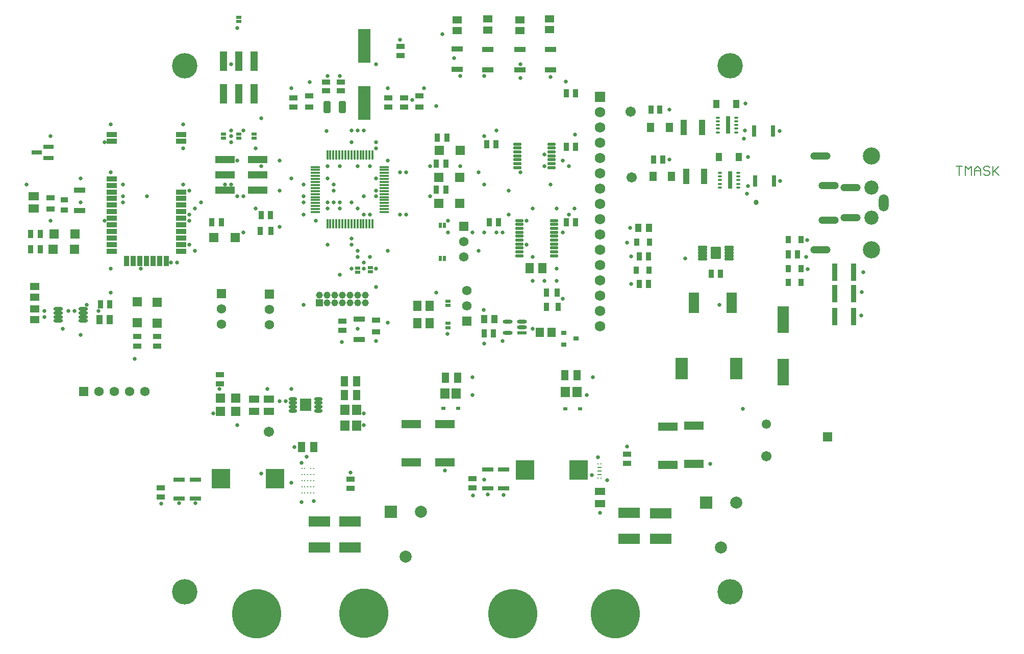
<source format=gbr>
%TF.GenerationSoftware,Altium Limited,Altium Designer,21.0.9 (235)*%
G04 Layer_Color=8388736*
%FSLAX26Y26*%
%MOIN*%
%TF.SameCoordinates,617CA12B-F850-4EA5-9EC3-0E5FEE419536*%
%TF.FilePolarity,Negative*%
%TF.FileFunction,Soldermask,Top*%
%TF.Part,Single*%
G01*
G75*
%TA.AperFunction,SMDPad,CuDef*%
%ADD17R,0.053150X0.037402*%
%ADD18R,0.037402X0.053150*%
%ADD19R,0.059055X0.059055*%
%ADD23R,0.039370X0.098425*%
%ADD24R,0.035433X0.047244*%
G04:AMPARAMS|DCode=25|XSize=25.591mil|YSize=11.811mil|CornerRadius=1.949mil|HoleSize=0mil|Usage=FLASHONLY|Rotation=180.000|XOffset=0mil|YOffset=0mil|HoleType=Round|Shape=RoundedRectangle|*
%AMROUNDEDRECTD25*
21,1,0.025591,0.007913,0,0,180.0*
21,1,0.021693,0.011811,0,0,180.0*
1,1,0.003898,-0.010847,0.003957*
1,1,0.003898,0.010847,0.003957*
1,1,0.003898,0.010847,-0.003957*
1,1,0.003898,-0.010847,-0.003957*
%
%ADD25ROUNDEDRECTD25*%
G04:AMPARAMS|DCode=26|XSize=27.559mil|YSize=114.173mil|CornerRadius=1.929mil|HoleSize=0mil|Usage=FLASHONLY|Rotation=180.000|XOffset=0mil|YOffset=0mil|HoleType=Round|Shape=RoundedRectangle|*
%AMROUNDEDRECTD26*
21,1,0.027559,0.110315,0,0,180.0*
21,1,0.023701,0.114173,0,0,180.0*
1,1,0.003858,-0.011851,0.055157*
1,1,0.003858,0.011851,0.055157*
1,1,0.003858,0.011851,-0.055157*
1,1,0.003858,-0.011851,-0.055157*
%
%ADD26ROUNDEDRECTD26*%
%ADD34R,0.037402X0.057087*%
%ADD35R,0.037402X0.055118*%
%ADD36R,0.035433X0.031496*%
%ADD37R,0.064499X0.024329*%
G04:AMPARAMS|DCode=38|XSize=64.499mil|YSize=24.329mil|CornerRadius=12.165mil|HoleSize=0mil|Usage=FLASHONLY|Rotation=180.000|XOffset=0mil|YOffset=0mil|HoleType=Round|Shape=RoundedRectangle|*
%AMROUNDEDRECTD38*
21,1,0.064499,0.000000,0,0,180.0*
21,1,0.040170,0.024329,0,0,180.0*
1,1,0.024329,-0.020085,0.000000*
1,1,0.024329,0.020085,0.000000*
1,1,0.024329,0.020085,0.000000*
1,1,0.024329,-0.020085,0.000000*
%
%ADD38ROUNDEDRECTD38*%
%ADD44R,0.074803X0.173228*%
%ADD46R,0.059055X0.059055*%
%ADD50R,0.043307X0.053150*%
%ADD51R,0.041659X0.053627*%
%ADD54R,0.051505X0.031752*%
%ADD55R,0.055118X0.037402*%
%ADD59R,0.057087X0.037402*%
%ADD60R,0.122992X0.127992*%
%ADD66R,0.062992X0.059055*%
%ADD69R,0.031496X0.023622*%
%TA.AperFunction,BGAPad,CuDef*%
%ADD71C,0.012992*%
%TA.AperFunction,NonConductor*%
%ADD84C,0.006000*%
%TA.AperFunction,ComponentPad*%
%ADD85C,0.061024*%
%ADD86C,0.061654*%
%ADD87R,0.061654X0.061654*%
%ADD89R,0.061024X0.061024*%
%ADD92R,0.061811X0.061811*%
%ADD93C,0.061811*%
%ADD101C,0.078740*%
%ADD102R,0.078740X0.078740*%
%TA.AperFunction,ViaPad*%
%ADD105C,0.019685*%
%TA.AperFunction,ComponentPad*%
%ADD130C,0.067024*%
%TA.AperFunction,ViaPad*%
%ADD131C,0.166000*%
%TA.AperFunction,ComponentPad*%
%ADD132C,0.068992*%
%ADD133R,0.068992X0.068992*%
%ADD134C,0.092614*%
%ADD135C,0.112299*%
%ADD136O,0.065055X0.112299*%
%ADD137O,0.131984X0.049307*%
%ADD138C,0.320961*%
%ADD139C,0.045370*%
%ADD140R,0.045370X0.045370*%
%TA.AperFunction,ViaPad*%
%ADD141C,0.026000*%
%ADD142C,0.034000*%
%ADD143C,0.025685*%
%ADD144C,0.021748*%
%TA.AperFunction,OtherPad,Free Pad (4925mil,2275mil)*%
%ADD156O,0.026772X0.009055*%
%TA.AperFunction,OtherPad,Free Pad (4925mil,2298.622mil)*%
%ADD157O,0.026772X0.009055*%
%TA.AperFunction,OtherPad,Free Pad (4933.858mil,2345.866mil)*%
%ADD158C,0.009055*%
%TA.AperFunction,OtherPad,Free Pad (4916.142mil,2345.866mil)*%
%ADD159C,0.009055*%
%TA.AperFunction,OtherPad,Free Pad (4916.142mil,2251.378mil)*%
%ADD160C,0.009055*%
%TA.AperFunction,OtherPad,Free Pad (4925mil,2322.244mil)*%
%ADD161O,0.026772X0.009055*%
%TA.AperFunction,OtherPad,Free Pad (4933.858mil,2251.378mil)*%
%ADD162C,0.009055*%
%TA.AperFunction,SMDPad,CuDef*%
%ADD163R,0.039465X0.059150*%
%ADD164O,0.015811X0.061087*%
%ADD165O,0.061087X0.015811*%
%ADD166R,0.065055X0.033559*%
%ADD167R,0.033559X0.065055*%
%ADD168R,0.037496X0.055213*%
G04:AMPARAMS|DCode=169|XSize=67.811mil|YSize=80.016mil|CornerRadius=4.854mil|HoleSize=0mil|Usage=FLASHONLY|Rotation=180.000|XOffset=0mil|YOffset=0mil|HoleType=Round|Shape=RoundedRectangle|*
%AMROUNDEDRECTD169*
21,1,0.067811,0.070307,0,0,180.0*
21,1,0.058102,0.080016,0,0,180.0*
1,1,0.009709,-0.029051,0.035154*
1,1,0.009709,0.029051,0.035154*
1,1,0.009709,0.029051,-0.035154*
1,1,0.009709,-0.029051,-0.035154*
%
%ADD169ROUNDEDRECTD169*%
G04:AMPARAMS|DCode=170|XSize=17.811mil|YSize=59.15mil|CornerRadius=4.949mil|HoleSize=0mil|Usage=FLASHONLY|Rotation=270.000|XOffset=0mil|YOffset=0mil|HoleType=Round|Shape=RoundedRectangle|*
%AMROUNDEDRECTD170*
21,1,0.017811,0.049252,0,0,270.0*
21,1,0.007913,0.059150,0,0,270.0*
1,1,0.009898,-0.024626,-0.003957*
1,1,0.009898,-0.024626,0.003957*
1,1,0.009898,0.024626,0.003957*
1,1,0.009898,0.024626,-0.003957*
%
%ADD170ROUNDEDRECTD170*%
%ADD171R,0.049307X0.061118*%
%ADD172R,0.021748X0.033559*%
%ADD173R,0.033559X0.021748*%
%ADD174R,0.055213X0.067024*%
%ADD175R,0.128047X0.045370*%
%ADD176R,0.045370X0.128047*%
G04:AMPARAMS|DCode=177|XSize=21.748mil|YSize=53.244mil|CornerRadius=4.968mil|HoleSize=0mil|Usage=FLASHONLY|Rotation=90.000|XOffset=0mil|YOffset=0mil|HoleType=Round|Shape=RoundedRectangle|*
%AMROUNDEDRECTD177*
21,1,0.021748,0.043307,0,0,90.0*
21,1,0.011811,0.053244,0,0,90.0*
1,1,0.009937,0.021654,0.005906*
1,1,0.009937,0.021654,-0.005906*
1,1,0.009937,-0.021654,-0.005906*
1,1,0.009937,-0.021654,0.005906*
%
%ADD177ROUNDEDRECTD177*%
%ADD178O,0.061118X0.023716*%
%ADD179R,0.059150X0.045370*%
%ADD180R,0.039465X0.057181*%
%ADD181R,0.053244X0.063087*%
%ADD182R,0.084740X0.143795*%
%ADD183R,0.072929X0.037496*%
%ADD184R,0.065843X0.131984*%
%ADD185R,0.035528X0.112299*%
%ADD186R,0.027654X0.072929*%
%ADD187R,0.067024X0.055213*%
%ADD188R,0.065055X0.029622*%
%ADD189R,0.055213X0.037496*%
G04:AMPARAMS|DCode=190|XSize=45.37mil|YSize=76.866mil|CornerRadius=6.937mil|HoleSize=0mil|Usage=FLASHONLY|Rotation=180.000|XOffset=0mil|YOffset=0mil|HoleType=Round|Shape=RoundedRectangle|*
%AMROUNDEDRECTD190*
21,1,0.045370,0.062992,0,0,180.0*
21,1,0.031496,0.076866,0,0,180.0*
1,1,0.013874,-0.015748,0.031496*
1,1,0.013874,0.015748,0.031496*
1,1,0.013874,0.015748,-0.031496*
1,1,0.013874,-0.015748,-0.031496*
%
%ADD190ROUNDEDRECTD190*%
%ADD191R,0.084740X0.222535*%
%ADD192R,0.072929X0.027654*%
%ADD193R,0.143795X0.068992*%
%ADD194R,0.131000X0.055000*%
%ADD195O,0.055213X0.023716*%
%ADD196R,0.074110X0.078835*%
%ADD197R,0.046000X0.066000*%
%ADD198R,0.066000X0.046000*%
%ADD199R,0.061118X0.065055*%
D17*
X3300000Y2244528D02*
D03*
Y2185472D02*
D03*
X5105000Y2409528D02*
D03*
Y2350472D02*
D03*
X2925000Y4739055D02*
D03*
Y4680000D02*
D03*
X3650000Y4739055D02*
D03*
Y4680000D02*
D03*
X3625000Y5074528D02*
D03*
Y5015472D02*
D03*
X3545000Y4739055D02*
D03*
Y4680000D02*
D03*
X3140000Y4844055D02*
D03*
Y4785000D02*
D03*
X3235000Y4844055D02*
D03*
Y4785000D02*
D03*
X3245000Y3220472D02*
D03*
Y3279528D02*
D03*
X4095000Y2249528D02*
D03*
Y2190472D02*
D03*
X2445000Y2929528D02*
D03*
Y2870472D02*
D03*
X2060000Y2189055D02*
D03*
Y2130000D02*
D03*
D18*
X4767802Y4770000D02*
D03*
X4708747D02*
D03*
X4264528Y3925000D02*
D03*
X4205472D02*
D03*
X4708747D02*
D03*
X4767802D02*
D03*
X4249528Y4435000D02*
D03*
X4190472D02*
D03*
X4708747Y4420000D02*
D03*
X4767802D02*
D03*
X4231051Y3200000D02*
D03*
X4171996D02*
D03*
X1665000Y3390000D02*
D03*
X1724055D02*
D03*
X5714055Y3589760D02*
D03*
X5655000D02*
D03*
X5339055Y4336000D02*
D03*
X5280000D02*
D03*
X6219528Y3716000D02*
D03*
X6160472D02*
D03*
X5185630Y3704281D02*
D03*
X5244685D02*
D03*
X5185157Y3522844D02*
D03*
X5244213D02*
D03*
X5260945Y4661551D02*
D03*
X5320000D02*
D03*
X2715945Y3972494D02*
D03*
X2775000D02*
D03*
D19*
X4015000Y4395000D02*
D03*
X3877205D02*
D03*
X4012795Y4220000D02*
D03*
X3875000D02*
D03*
X4012795Y4050000D02*
D03*
X3875000D02*
D03*
X2543898Y3825000D02*
D03*
X2406102D02*
D03*
X1356102Y3750000D02*
D03*
X1493898D02*
D03*
X1361102Y3850000D02*
D03*
X1498898D02*
D03*
D23*
X5609055Y4226000D02*
D03*
X5490945D02*
D03*
X5475945Y4546551D02*
D03*
X5594055D02*
D03*
D24*
X6241339Y3531000D02*
D03*
X6158661D02*
D03*
X5168346Y3795000D02*
D03*
X5251024D02*
D03*
X6158661Y3621000D02*
D03*
X6241339D02*
D03*
X5249685Y3613563D02*
D03*
X5167008D02*
D03*
X6158661Y3811000D02*
D03*
X6241339D02*
D03*
D25*
X5833150Y4153756D02*
D03*
Y4177378D02*
D03*
Y4201000D02*
D03*
Y4224622D02*
D03*
Y4248244D02*
D03*
X5713071D02*
D03*
Y4224622D02*
D03*
Y4201000D02*
D03*
Y4177378D02*
D03*
Y4153756D02*
D03*
X5698071Y4514307D02*
D03*
Y4537929D02*
D03*
Y4561551D02*
D03*
Y4585173D02*
D03*
Y4608795D02*
D03*
X5818150Y4514307D02*
D03*
Y4537929D02*
D03*
Y4561551D02*
D03*
Y4585173D02*
D03*
Y4608795D02*
D03*
D26*
X5780000Y4201000D02*
D03*
X5765000Y4561551D02*
D03*
D34*
X4578228Y3373297D02*
D03*
X4655000D02*
D03*
D35*
X4577165Y3465000D02*
D03*
X4650000D02*
D03*
X2707165Y3870949D02*
D03*
X2780000D02*
D03*
D36*
X4692999Y3202402D02*
D03*
Y3127598D02*
D03*
X4771739Y3165000D02*
D03*
D37*
X4418288Y3202598D02*
D03*
D38*
Y3240000D02*
D03*
Y3277402D02*
D03*
X4326460D02*
D03*
Y3202598D02*
D03*
D44*
X6125000Y3290000D02*
D03*
Y2947480D02*
D03*
D46*
X2036000Y3266081D02*
D03*
Y3403876D02*
D03*
X1906000Y3269102D02*
D03*
Y3406898D02*
D03*
D50*
X5834961Y4351000D02*
D03*
X5705039D02*
D03*
X5819961Y4700000D02*
D03*
X5690039D02*
D03*
D51*
X5248055Y3888000D02*
D03*
X5179000D02*
D03*
D54*
X1428170Y4073498D02*
D03*
Y4006502D02*
D03*
D55*
X1337451Y4013583D02*
D03*
Y4086417D02*
D03*
X3030000Y4752835D02*
D03*
Y4680000D02*
D03*
X3750000Y4752835D02*
D03*
Y4680000D02*
D03*
D59*
X3465000Y3208228D02*
D03*
Y3285000D02*
D03*
D60*
X4437992Y2305000D02*
D03*
X4790000D02*
D03*
X2452992Y2250000D02*
D03*
X2805000D02*
D03*
D66*
X2450000Y2775000D02*
D03*
X2550000D02*
D03*
Y2688386D02*
D03*
X2450000D02*
D03*
D69*
X4799213Y2705000D02*
D03*
X4700787D02*
D03*
X4003425Y2708376D02*
D03*
X3905000D02*
D03*
D71*
X2980630Y2156890D02*
D03*
X3000315D02*
D03*
X3020000D02*
D03*
X3039685D02*
D03*
X3059370D02*
D03*
X2980630Y2196260D02*
D03*
X3000315D02*
D03*
X3020000D02*
D03*
X3039685D02*
D03*
X3059370D02*
D03*
X2980630Y2235630D02*
D03*
X3000315D02*
D03*
X3020000D02*
D03*
X3039685D02*
D03*
X3059370D02*
D03*
X2980630Y2275000D02*
D03*
X3000315D02*
D03*
X3020000D02*
D03*
X3039685D02*
D03*
X3059370D02*
D03*
X2980630Y2314370D02*
D03*
X3000315D02*
D03*
X3039685D02*
D03*
X3059370D02*
D03*
D84*
X7256000Y4290981D02*
X7295987D01*
X7275993D01*
Y4231000D01*
X7315981D02*
Y4290981D01*
X7335974Y4270987D01*
X7355968Y4290981D01*
Y4231000D01*
X7375961D02*
Y4270987D01*
X7395955Y4290981D01*
X7415948Y4270987D01*
Y4231000D01*
Y4260990D01*
X7375961D01*
X7475929Y4280984D02*
X7465932Y4290981D01*
X7445939D01*
X7435942Y4280984D01*
Y4270987D01*
X7445939Y4260990D01*
X7465932D01*
X7475929Y4250993D01*
Y4240997D01*
X7465932Y4231000D01*
X7445939D01*
X7435942Y4240997D01*
X7495922Y4290981D02*
Y4231000D01*
Y4250993D01*
X7535909Y4290981D01*
X7505919Y4260990D01*
X7535909Y4231000D01*
D85*
X6015394Y2607220D02*
D03*
D86*
X1955000Y2820000D02*
D03*
X1855000D02*
D03*
X1755000D02*
D03*
X1655000D02*
D03*
D87*
X1555000D02*
D03*
D89*
X6415000Y2521000D02*
D03*
D92*
X4060000Y3280000D02*
D03*
X4040000Y3899832D02*
D03*
X2770000Y3455000D02*
D03*
X2455000Y3460000D02*
D03*
D93*
X4060000Y3380000D02*
D03*
Y3480000D02*
D03*
X4040000Y3799832D02*
D03*
Y3699832D02*
D03*
X2770000Y3255000D02*
D03*
Y3355000D02*
D03*
X2455000Y3260000D02*
D03*
Y3360000D02*
D03*
D101*
X5818425Y2093425D02*
D03*
X5720000Y1798150D02*
D03*
X3758425Y2033425D02*
D03*
X3660000Y1738150D02*
D03*
D102*
X5621575Y2093425D02*
D03*
X3561575Y2033425D02*
D03*
D105*
X5780000Y4241551D02*
D03*
Y4201000D02*
D03*
Y4160449D02*
D03*
X5765000Y4602102D02*
D03*
Y4561551D02*
D03*
Y4521000D02*
D03*
D130*
X6015000Y2395000D02*
D03*
X5135000Y4220000D02*
D03*
X5130000Y4650000D02*
D03*
X2765000Y2555000D02*
D03*
D131*
X5778627Y1510592D02*
D03*
Y4948092D02*
D03*
X2216127D02*
D03*
Y1510592D02*
D03*
D132*
X4930000Y3245000D02*
D03*
Y3345000D02*
D03*
Y3645000D02*
D03*
Y3745000D02*
D03*
Y3845000D02*
D03*
Y4045000D02*
D03*
Y4145000D02*
D03*
Y4345000D02*
D03*
Y4545000D02*
D03*
Y4645000D02*
D03*
Y4445000D02*
D03*
Y4245000D02*
D03*
Y3945000D02*
D03*
Y3545000D02*
D03*
Y3445000D02*
D03*
D133*
Y4745000D02*
D03*
D134*
X6702795Y4151850D02*
D03*
Y3955000D02*
D03*
D135*
Y4360512D02*
D03*
Y3746339D02*
D03*
D136*
X6781535Y4053425D02*
D03*
D137*
X6368150Y4360512D02*
D03*
Y3746339D02*
D03*
X6565000Y4151850D02*
D03*
Y3955000D02*
D03*
X6421299Y4167598D02*
D03*
Y3939252D02*
D03*
D138*
X4360000Y1365000D02*
D03*
X5030000D02*
D03*
X2685000D02*
D03*
X3385000Y1370000D02*
D03*
D139*
X3395000Y3450000D02*
D03*
Y3400000D02*
D03*
X3345000Y3450000D02*
D03*
Y3400000D02*
D03*
X3295000Y3450000D02*
D03*
Y3400000D02*
D03*
X3245000Y3450000D02*
D03*
Y3400000D02*
D03*
X3195000Y3450000D02*
D03*
Y3400000D02*
D03*
X3145000Y3450000D02*
D03*
Y3400000D02*
D03*
X3095000Y3450000D02*
D03*
D140*
Y3400000D02*
D03*
D141*
X4766000Y4498000D02*
D03*
X4704000Y4847000D02*
D03*
X4408000Y4869000D02*
D03*
X4604000Y4875000D02*
D03*
X3243000Y3144000D02*
D03*
X3933000Y3196000D02*
D03*
X4171000Y3132000D02*
D03*
X4168000Y3353000D02*
D03*
X2716535Y2283465D02*
D03*
X4173228Y2244095D02*
D03*
X3543307Y3267716D02*
D03*
Y3740157D02*
D03*
X2519685Y4527559D02*
D03*
X3346457Y4291339D02*
D03*
X2244095Y3779528D02*
D03*
X3385827Y3661417D02*
D03*
X3346457Y3740157D02*
D03*
X2283465D02*
D03*
X3346457Y3700787D02*
D03*
X3464567Y4094488D02*
D03*
X3818898D02*
D03*
X1692913Y3937008D02*
D03*
X4685039Y3425197D02*
D03*
X1299213Y3307087D02*
D03*
X1732284Y3622047D02*
D03*
X1929134D02*
D03*
X3385827Y3976378D02*
D03*
X2992126Y4055118D02*
D03*
X2322835D02*
D03*
X2244095Y3937008D02*
D03*
X3149606Y4055118D02*
D03*
X2992126Y3976378D02*
D03*
X2244095D02*
D03*
Y4133858D02*
D03*
X3188976D02*
D03*
X1811024Y4173228D02*
D03*
Y4094488D02*
D03*
X3149606Y4291339D02*
D03*
X3070866Y3937008D02*
D03*
X1456693Y3346457D02*
D03*
X1496063D02*
D03*
X1653543D02*
D03*
X4251968Y4527559D02*
D03*
X2834646Y3897638D02*
D03*
X4448819Y3937008D02*
D03*
X3858268Y4685039D02*
D03*
X3464567Y4409449D02*
D03*
X1811024Y4055118D02*
D03*
X1299213Y3346457D02*
D03*
X4251968Y3858268D02*
D03*
X1889764Y3031496D02*
D03*
X3346457Y3228347D02*
D03*
X3897638Y5157480D02*
D03*
X1181102Y4173228D02*
D03*
X4724409Y4291339D02*
D03*
Y3976378D02*
D03*
X4291339Y3149606D02*
D03*
X1535433Y3188976D02*
D03*
X3818898Y4291339D02*
D03*
X4015748D02*
D03*
X4133858Y3740157D02*
D03*
X3937008Y3858268D02*
D03*
X2125984Y3661417D02*
D03*
X1535433Y4055118D02*
D03*
X5861000Y2706000D02*
D03*
X5107000Y3794000D02*
D03*
X2913386Y4212598D02*
D03*
X3149606D02*
D03*
X2598425Y4527559D02*
D03*
X3307087D02*
D03*
X3346457D02*
D03*
X2716535Y4606299D02*
D03*
X3622047Y3976378D02*
D03*
X3661417D02*
D03*
X2598425Y4094488D02*
D03*
X2283465Y4015748D02*
D03*
X2992126Y3385827D02*
D03*
X3149606Y3779528D02*
D03*
X3464567Y3503937D02*
D03*
X3425197Y3700787D02*
D03*
X4566929Y4370079D02*
D03*
X4685039Y4330709D02*
D03*
X4645669Y4015748D02*
D03*
X4685039Y3858268D02*
D03*
X3976378Y5000000D02*
D03*
X3425197Y3976378D02*
D03*
X2834646Y4133858D02*
D03*
X3425197Y4291339D02*
D03*
X2480315Y4173228D02*
D03*
X3464567Y4448819D02*
D03*
X2716535Y4291339D02*
D03*
X3464567Y4960630D02*
D03*
X2992126Y4173228D02*
D03*
X2519685D02*
D03*
X3385827Y4527559D02*
D03*
X2834646Y4330709D02*
D03*
X2559055D02*
D03*
X3188976Y4173228D02*
D03*
X4488189Y3700787D02*
D03*
X4566929Y4291339D02*
D03*
X3228347Y4055118D02*
D03*
X4488189Y3543307D02*
D03*
X3464567Y3622047D02*
D03*
X3188976Y4055118D02*
D03*
X2992126Y4094488D02*
D03*
X4173228Y4173228D02*
D03*
X3228347Y4015748D02*
D03*
X4606299Y4173228D02*
D03*
X3228347Y3582677D02*
D03*
X4330709Y4133858D02*
D03*
X3307087Y4055118D02*
D03*
Y3818898D02*
D03*
X4330709Y3976378D02*
D03*
X3307087Y3779528D02*
D03*
X4291339Y3858268D02*
D03*
X3346457Y4015748D02*
D03*
X4488189D02*
D03*
X3464567Y4133858D02*
D03*
X2401575Y2677165D02*
D03*
X3385827Y4094488D02*
D03*
X2874016Y2755905D02*
D03*
X3661417Y4251968D02*
D03*
X4133858D02*
D03*
X3464567Y4212598D02*
D03*
X4094488Y3858268D02*
D03*
X4448819Y3779528D02*
D03*
X3622047Y4251968D02*
D03*
X2165354Y3661417D02*
D03*
X2559055Y4094488D02*
D03*
X1968504D02*
D03*
X4916000Y2389000D02*
D03*
X4876000Y2274000D02*
D03*
X4975000Y2240000D02*
D03*
X5648000Y2346000D02*
D03*
X5105000Y2458000D02*
D03*
X3141000Y4522000D02*
D03*
X5133000Y3521000D02*
D03*
Y3704000D02*
D03*
X5125000Y3889000D02*
D03*
X5381000Y4663000D02*
D03*
X5879000Y4701000D02*
D03*
X5869000Y4473000D02*
D03*
X5875000Y4525000D02*
D03*
X6103000Y4522000D02*
D03*
X5382000Y4337000D02*
D03*
X6107000Y4196000D02*
D03*
X5894000Y4351000D02*
D03*
X5890000Y4113000D02*
D03*
X5897000Y4163000D02*
D03*
X6634000Y3315000D02*
D03*
X6638000Y3468000D02*
D03*
X6648000Y3598000D02*
D03*
X6281000Y3809000D02*
D03*
X6275000Y3700000D02*
D03*
X6287000Y3620000D02*
D03*
X5484000Y3690000D02*
D03*
X4930000Y2026000D02*
D03*
X4099000Y2140000D02*
D03*
X3916000Y2302000D02*
D03*
X3299000Y2289000D02*
D03*
X2912905Y2222095D02*
D03*
X2980000Y2095000D02*
D03*
X3060000Y2103000D02*
D03*
X4298000Y2141000D02*
D03*
X4194000Y2147000D02*
D03*
X2931000Y2455000D02*
D03*
X3011000Y2392000D02*
D03*
X2980000Y2354000D02*
D03*
X2061000Y2086000D02*
D03*
X2180000Y2088000D02*
D03*
X2285000Y2090000D02*
D03*
X3543307Y4330709D02*
D03*
X3228347Y4291339D02*
D03*
X3149606Y4015748D02*
D03*
X3307087Y4448819D02*
D03*
X1732284Y4251968D02*
D03*
X1692913Y4448819D02*
D03*
X2204724Y4409449D02*
D03*
Y4173228D02*
D03*
X1732284Y4566929D02*
D03*
X2204724D02*
D03*
X4645669Y3622047D02*
D03*
X4409449Y4251968D02*
D03*
X1417323Y3228347D02*
D03*
X2913386Y2834646D02*
D03*
X1574803Y3385827D02*
D03*
X2834646Y2755905D02*
D03*
X2559055Y2598425D02*
D03*
X2519685Y4960630D02*
D03*
X4488189Y3228347D02*
D03*
X2440945Y2834646D02*
D03*
X4409449Y4960630D02*
D03*
X3228347Y4881890D02*
D03*
X3622047Y5118110D02*
D03*
X3937008Y3937008D02*
D03*
X3149606Y4881890D02*
D03*
X3031496Y4842520D02*
D03*
X3385827Y2598425D02*
D03*
X2559055Y5196850D02*
D03*
X4094488Y2913386D02*
D03*
X4173228Y4881890D02*
D03*
X3307087Y3622047D02*
D03*
X4015748Y4881890D02*
D03*
X2519685Y4488189D02*
D03*
X3385827Y3622047D02*
D03*
X3700787Y4724409D02*
D03*
X3543307Y4803150D02*
D03*
X4173228Y4488189D02*
D03*
X3385827Y2677165D02*
D03*
X2755905Y2834646D02*
D03*
X2677165Y4409449D02*
D03*
X4881890Y2913386D02*
D03*
X4094488Y2795276D02*
D03*
X2913386Y4803150D02*
D03*
X1338583Y3937008D02*
D03*
X3779528Y4803150D02*
D03*
X2519685Y4448819D02*
D03*
X1338583Y4488189D02*
D03*
X2677165Y4015748D02*
D03*
X4645669Y3543307D02*
D03*
X1732284Y3464567D02*
D03*
X4842520Y2795276D02*
D03*
X5708661Y3385827D02*
D03*
X4763779Y4015748D02*
D03*
X4566929Y3543307D02*
D03*
X4173228Y3858268D02*
D03*
X3464567Y3149606D02*
D03*
X2598425Y3858268D02*
D03*
X1535433Y4212598D02*
D03*
X3858268Y3464567D02*
D03*
D142*
X5949000Y4055000D02*
D03*
D143*
X5685000Y3724770D02*
D03*
X5667283Y3701148D02*
D03*
Y3748392D02*
D03*
X5702717D02*
D03*
Y3701148D02*
D03*
D144*
X3024685Y2712191D02*
D03*
X2985315D02*
D03*
X3024685Y2751561D02*
D03*
X2985315D02*
D03*
D156*
X4925000Y2275000D02*
D03*
D157*
Y2298622D02*
D03*
D158*
X4933858Y2345866D02*
D03*
D159*
X4916142D02*
D03*
D160*
Y2251378D02*
D03*
D161*
X4925000Y2322244D02*
D03*
D162*
X4933858Y2251378D02*
D03*
D163*
X1660039Y3290000D02*
D03*
X1725000D02*
D03*
D164*
X3147362Y4365394D02*
D03*
X3167047D02*
D03*
X3186732D02*
D03*
X3206417D02*
D03*
X3226102D02*
D03*
X3245787D02*
D03*
X3265472D02*
D03*
X3285157D02*
D03*
X3304843D02*
D03*
X3324528D02*
D03*
X3344213D02*
D03*
X3363898D02*
D03*
X3383583D02*
D03*
X3403268D02*
D03*
X3422953D02*
D03*
X3442638D02*
D03*
Y3914606D02*
D03*
X3422953D02*
D03*
X3403268D02*
D03*
X3383583D02*
D03*
X3363898D02*
D03*
X3344213D02*
D03*
X3324528D02*
D03*
X3304843D02*
D03*
X3285157D02*
D03*
X3265472D02*
D03*
X3245787D02*
D03*
X3226102D02*
D03*
X3206417D02*
D03*
X3186732D02*
D03*
X3167047D02*
D03*
X3147362D02*
D03*
D165*
X3520394Y4287638D02*
D03*
Y4267953D02*
D03*
Y4248268D02*
D03*
Y4228583D02*
D03*
Y4208898D02*
D03*
Y4189213D02*
D03*
Y4169528D02*
D03*
Y4149842D02*
D03*
Y4130158D02*
D03*
Y4110472D02*
D03*
Y4090787D02*
D03*
Y4071102D02*
D03*
Y4051417D02*
D03*
Y4031732D02*
D03*
Y4012047D02*
D03*
Y3992362D02*
D03*
X3069606D02*
D03*
Y4012047D02*
D03*
Y4031732D02*
D03*
Y4051417D02*
D03*
Y4071102D02*
D03*
Y4090787D02*
D03*
Y4110472D02*
D03*
Y4130158D02*
D03*
Y4149842D02*
D03*
Y4169528D02*
D03*
Y4189213D02*
D03*
Y4208898D02*
D03*
Y4228583D02*
D03*
Y4248268D02*
D03*
Y4267953D02*
D03*
Y4287638D02*
D03*
D166*
X1739685Y4210905D02*
D03*
X2192441Y4124291D02*
D03*
X1739685Y3994370D02*
D03*
Y4037677D02*
D03*
Y3734528D02*
D03*
Y3777835D02*
D03*
Y4080984D02*
D03*
Y3907756D02*
D03*
Y4167598D02*
D03*
X2192441Y4080984D02*
D03*
X1739685Y4124291D02*
D03*
Y3864449D02*
D03*
Y3951063D02*
D03*
X2192441Y3821142D02*
D03*
Y3994370D02*
D03*
Y4037677D02*
D03*
X1739685Y3821142D02*
D03*
X2192441Y3864449D02*
D03*
Y3907756D02*
D03*
Y3951063D02*
D03*
Y3777835D02*
D03*
Y3734528D02*
D03*
Y4455000D02*
D03*
Y4498307D02*
D03*
X1740000Y4455000D02*
D03*
Y4498307D02*
D03*
D167*
X2095984Y3673504D02*
D03*
X2052677D02*
D03*
X1879449D02*
D03*
X2009370D02*
D03*
X1966063D02*
D03*
X1922756D02*
D03*
X1836142D02*
D03*
D168*
X3921496Y4310000D02*
D03*
X3858504D02*
D03*
X3921496Y4140000D02*
D03*
X2392008Y3925000D02*
D03*
X2455000D02*
D03*
X1208504Y3750000D02*
D03*
X1271496D02*
D03*
X1208504Y3850000D02*
D03*
X1271496D02*
D03*
X3858504Y4140000D02*
D03*
X3930000Y4480000D02*
D03*
X3867008D02*
D03*
D169*
X5685000Y3724770D02*
D03*
D170*
X5597401Y3764140D02*
D03*
Y3744455D02*
D03*
Y3724770D02*
D03*
Y3705085D02*
D03*
X5772598Y3764140D02*
D03*
Y3744455D02*
D03*
Y3724770D02*
D03*
Y3705085D02*
D03*
Y3685400D02*
D03*
X5597401D02*
D03*
D171*
X5396024Y4226000D02*
D03*
X5273976D02*
D03*
X5258976Y4546551D02*
D03*
X5381024D02*
D03*
D172*
X3885000Y3690000D02*
D03*
X3912559D02*
D03*
X3885000Y3905000D02*
D03*
X3912559D02*
D03*
D173*
X2570000Y4502559D02*
D03*
Y4475000D02*
D03*
X2470000Y4502559D02*
D03*
Y4475000D02*
D03*
X2570000Y5267559D02*
D03*
Y5240000D02*
D03*
X2670000Y4503780D02*
D03*
Y4476221D02*
D03*
X3935000Y3265000D02*
D03*
Y3237441D02*
D03*
Y3382441D02*
D03*
Y3410000D02*
D03*
X3430000Y3601220D02*
D03*
Y3628780D02*
D03*
X3345000Y3600000D02*
D03*
Y3627559D02*
D03*
D174*
X4470000Y3625000D02*
D03*
X4550709D02*
D03*
X3815000Y3265000D02*
D03*
X3734291D02*
D03*
X3815354Y3380000D02*
D03*
X3734646D02*
D03*
D175*
X2478701Y4335000D02*
D03*
Y4235000D02*
D03*
X2691299Y4335000D02*
D03*
Y4235000D02*
D03*
X2478701Y4135000D02*
D03*
X2691299D02*
D03*
D176*
X2470000Y4767402D02*
D03*
X2570000D02*
D03*
X2470000Y4980000D02*
D03*
X2570000D02*
D03*
X2670000Y4767402D02*
D03*
Y4980000D02*
D03*
D177*
X4402795Y3937175D02*
D03*
Y3911585D02*
D03*
Y3885994D02*
D03*
Y3860403D02*
D03*
Y3834813D02*
D03*
Y3809222D02*
D03*
Y3783632D02*
D03*
Y3758041D02*
D03*
Y3732451D02*
D03*
Y3706860D02*
D03*
X4627205Y3937175D02*
D03*
Y3911585D02*
D03*
Y3885994D02*
D03*
Y3860403D02*
D03*
Y3834813D02*
D03*
Y3809222D02*
D03*
Y3783632D02*
D03*
Y3758041D02*
D03*
Y3732451D02*
D03*
Y3706860D02*
D03*
X4387795Y4436772D02*
D03*
Y4411181D02*
D03*
Y4385591D02*
D03*
Y4360000D02*
D03*
Y4334409D02*
D03*
Y4308819D02*
D03*
Y4283228D02*
D03*
X4612205Y4436772D02*
D03*
Y4411181D02*
D03*
Y4385591D02*
D03*
Y4360000D02*
D03*
Y4334409D02*
D03*
Y4308819D02*
D03*
Y4283228D02*
D03*
D178*
X1389291Y3358386D02*
D03*
Y3332795D02*
D03*
Y3307205D02*
D03*
Y3281614D02*
D03*
X1550709Y3358386D02*
D03*
Y3332795D02*
D03*
Y3307205D02*
D03*
Y3281614D02*
D03*
D179*
X1235000Y3360000D02*
D03*
Y3289134D02*
D03*
Y3505433D02*
D03*
Y3434567D02*
D03*
X4600000Y5184567D02*
D03*
Y5255433D02*
D03*
X4405000Y5179567D02*
D03*
Y5250433D02*
D03*
X4195000Y5184134D02*
D03*
Y5255000D02*
D03*
X3995000Y5180000D02*
D03*
Y5250866D02*
D03*
D180*
X4237941Y3291782D02*
D03*
X4171012D02*
D03*
D181*
X4534367Y3205000D02*
D03*
X4613107D02*
D03*
D182*
X5817165Y2970000D02*
D03*
X5462835D02*
D03*
D183*
X1527747Y4136929D02*
D03*
Y4003071D02*
D03*
X4605000Y4923071D02*
D03*
Y5056929D02*
D03*
X4405000Y4923071D02*
D03*
Y5056929D02*
D03*
X4195000Y4923071D02*
D03*
Y5056929D02*
D03*
X3995000Y4926142D02*
D03*
Y5060000D02*
D03*
X3355000Y3291929D02*
D03*
Y3158071D02*
D03*
D184*
X5542756Y3400000D02*
D03*
X5787244D02*
D03*
D185*
X6587008Y3460000D02*
D03*
X6462992D02*
D03*
X6587008Y3310000D02*
D03*
X6462992D02*
D03*
X6587008Y3600000D02*
D03*
X6462992D02*
D03*
D186*
X6067008Y4196000D02*
D03*
X5942992D02*
D03*
X6059016Y4521551D02*
D03*
X5935000D02*
D03*
D187*
X1230000Y4095354D02*
D03*
Y4014646D02*
D03*
D188*
X1325000Y4345000D02*
D03*
Y4419803D02*
D03*
X1250197Y4382402D02*
D03*
D189*
X1906000Y3116504D02*
D03*
Y3179496D02*
D03*
X2036000Y3115008D02*
D03*
Y3178000D02*
D03*
D190*
X3145787Y4680000D02*
D03*
X3244213D02*
D03*
D191*
X3390000Y4705984D02*
D03*
Y5080000D02*
D03*
D192*
X4195000Y2185000D02*
D03*
Y2309016D02*
D03*
X4300000Y2185000D02*
D03*
Y2309016D02*
D03*
X2285000Y2117992D02*
D03*
Y2242008D02*
D03*
X2180000Y2117992D02*
D03*
Y2242008D02*
D03*
D193*
X5325000Y2024291D02*
D03*
Y1855000D02*
D03*
X5120000Y2025000D02*
D03*
Y1855709D02*
D03*
X3295000Y1969646D02*
D03*
Y1800354D02*
D03*
X3095000Y1969646D02*
D03*
Y1800354D02*
D03*
D194*
X5372805Y2339500D02*
D03*
Y2590500D02*
D03*
X5542815Y2595500D02*
D03*
Y2344500D02*
D03*
X3695000Y2354500D02*
D03*
Y2605500D02*
D03*
X3915000D02*
D03*
Y2354500D02*
D03*
D195*
X3088661Y2693490D02*
D03*
Y2719081D02*
D03*
Y2744671D02*
D03*
Y2770262D02*
D03*
X2921339Y2693490D02*
D03*
Y2719081D02*
D03*
Y2744671D02*
D03*
Y2770262D02*
D03*
D196*
X3005000Y2731876D02*
D03*
D197*
X3260000Y2795000D02*
D03*
X3340000D02*
D03*
X4780000Y2925000D02*
D03*
X4700000D02*
D03*
X3260000Y2885000D02*
D03*
X3340000D02*
D03*
X2980000Y2455000D02*
D03*
X3060000D02*
D03*
X4000000Y2910000D02*
D03*
X3920000D02*
D03*
D198*
X2670000Y2770000D02*
D03*
Y2690000D02*
D03*
X4930000Y2085000D02*
D03*
Y2165000D02*
D03*
X2765000Y2770000D02*
D03*
Y2690000D02*
D03*
D199*
X4777402Y2815000D02*
D03*
X4702599D02*
D03*
X3337402Y2700000D02*
D03*
X3262599D02*
D03*
X3337402Y2595000D02*
D03*
X3262599D02*
D03*
X3989803Y2805000D02*
D03*
X3915000D02*
D03*
%TF.MD5,b958eeeaa4be2ceaa9a8db8a38d260d8*%
M02*

</source>
